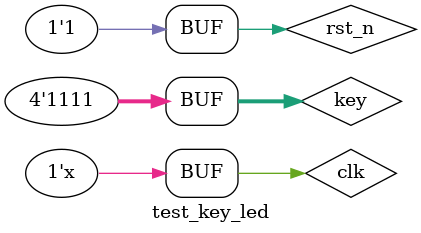
<source format=v>
`timescale 1ns / 1ps


module test_key_led();

parameter T = 20;

reg  [3 : 0] key  ;
reg          clk  ;
reg          rst_n;
wire [3 : 0] led  ;

initial begin
     key    <= 4'b1111;
     clk    <= 1'b0   ;
     rst_n  <= 1'b0   ;
  
#T   rst_n  <= 1'b1   ;
  
     key[0] <= 1'b0   ;
#800 key[0] <= 1'b1   ;

     key[1] <= 1'b0   ;
#800 key[1] <= 1'b1   ;

     key[2] <= 1'b0   ;
#800 key[2] <= 1'b1   ;

     key[3] <= 1'b0   ;
#800 key[3] <= 1'b1   ;

end

always #(T / 2) clk <= ~clk;

key_led u_key_led (
    .clk   (clk),
    .rst_n (rst_n),
    .key   (key),
    .led   (led)
);

endmodule

</source>
